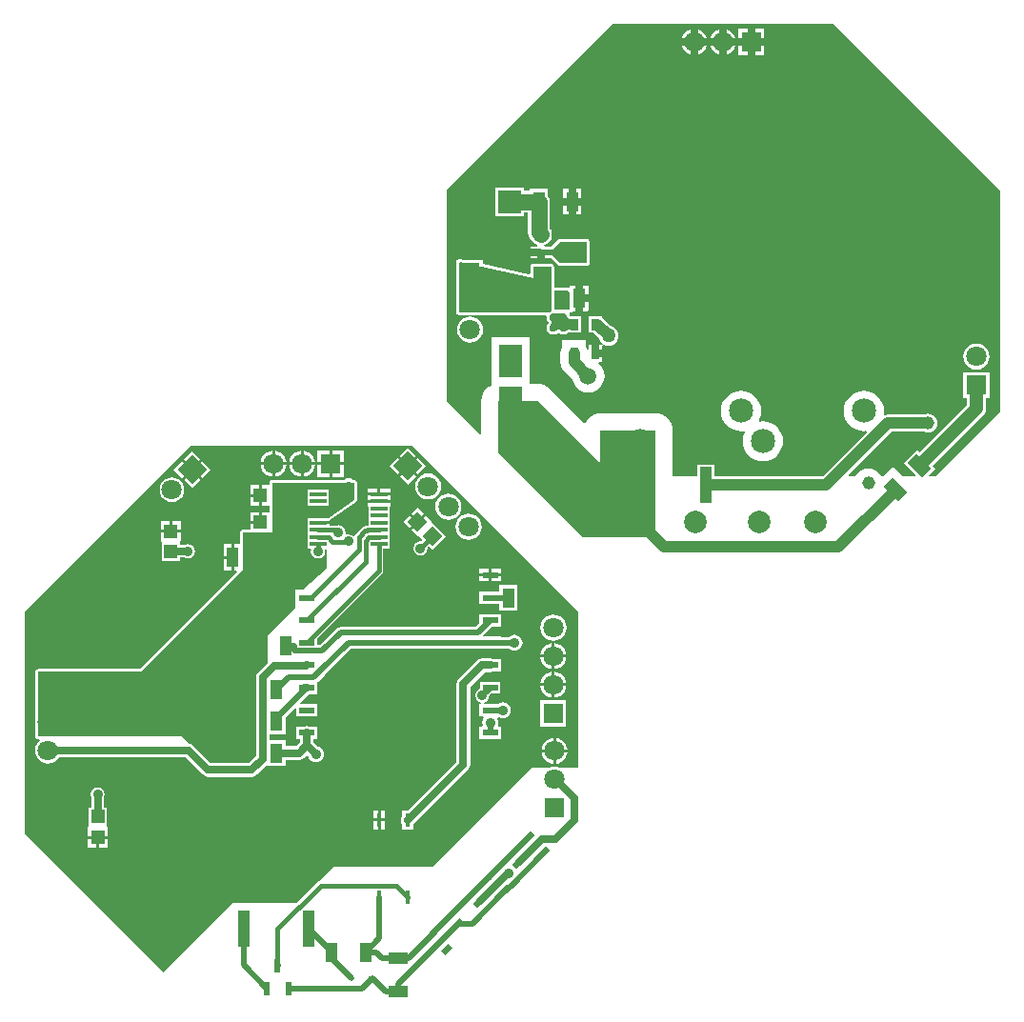
<source format=gbl>
G04 Layer_Physical_Order=2*
G04 Layer_Color=16711680*
%FSLAX44Y44*%
%MOMM*%
G71*
G01*
G75*
%ADD10R,1.8034X1.1120*%
%ADD11C,0.5000*%
%ADD12C,0.4000*%
%ADD13C,0.7000*%
%ADD15C,1.0000*%
%ADD17R,2.0000X3.0000*%
%ADD18R,2.0000X2.0000*%
%ADD19C,1.8000*%
%ADD20R,1.8000X1.8000*%
%ADD21C,2.1590*%
%ADD22R,1.8000X1.8000*%
%ADD23C,2.0000*%
%ADD24C,1.1684*%
%ADD25P,2.5456X4X360.0*%
%ADD26P,2.5456X4X270.0*%
%ADD27C,0.9000*%
%ADD28C,0.7000*%
%ADD29C,1.2700*%
%ADD30C,1.5000*%
%ADD31P,1.8385X4X90.0*%
%ADD32R,1.3000X1.3000*%
%ADD33R,1.1120X1.8034*%
%ADD34R,0.4032X0.3556*%
G04:AMPARAMS|DCode=35|XSize=0.568mm|YSize=1.2588mm|CornerRadius=0mm|HoleSize=0mm|Usage=FLASHONLY|Rotation=315.000|XOffset=0mm|YOffset=0mm|HoleType=Round|Shape=Rectangle|*
%AMROTATEDRECTD35*
4,1,4,-0.6459,-0.2442,0.2442,0.6459,0.6459,0.2442,-0.2442,-0.6459,-0.6459,-0.2442,0.0*
%
%ADD35ROTATEDRECTD35*%

%ADD36R,0.5426X1.1572*%
%ADD37R,1.0128X3.2004*%
G04:AMPARAMS|DCode=38|XSize=0.5588mm|YSize=0.9144mm|CornerRadius=0mm|HoleSize=0mm|Usage=FLASHONLY|Rotation=135.000|XOffset=0mm|YOffset=0mm|HoleType=Round|Shape=Rectangle|*
%AMROTATEDRECTD38*
4,1,4,0.5209,0.1257,-0.1257,-0.5209,-0.5209,-0.1257,0.1257,0.5209,0.5209,0.1257,0.0*
%
%ADD38ROTATEDRECTD38*%

%ADD39R,1.3938X0.4826*%
%ADD40R,1.3938X0.5588*%
%ADD41R,0.7000X1.0000*%
G04:AMPARAMS|DCode=42|XSize=1.112mm|YSize=1.8034mm|CornerRadius=0mm|HoleSize=0mm|Usage=FLASHONLY|Rotation=45.000|XOffset=0mm|YOffset=0mm|HoleType=Round|Shape=Rectangle|*
%AMROTATEDRECTD42*
4,1,4,0.2445,-1.0308,-1.0308,0.2445,-0.2445,1.0308,1.0308,-0.2445,0.2445,-1.0308,0.0*
%
%ADD42ROTATEDRECTD42*%

%ADD43R,0.4564X1.2080*%
%ADD44R,1.5250X0.4350*%
%ADD45R,1.3000X1.3000*%
%ADD46R,1.4000X0.6000*%
%ADD47C,1.4000*%
%ADD48C,1.2000*%
G36*
X871115Y723391D02*
Y526609D01*
X813506Y469000D01*
X808003D01*
X807517Y470173D01*
X813476Y476132D01*
X811395Y478214D01*
X856091Y522909D01*
X857460Y524693D01*
X858320Y526771D01*
X858614Y529000D01*
Y538460D01*
X861540D01*
Y561540D01*
X838460D01*
Y538460D01*
X841386D01*
Y532568D01*
X799214Y490395D01*
X797132Y492477D01*
X785677Y481021D01*
X791897Y474802D01*
X792117Y474270D01*
X793486Y472486D01*
X795270Y471117D01*
X795652Y470959D01*
X796103Y470243D01*
X795491Y469000D01*
X784609D01*
X775979Y477630D01*
X767348Y469000D01*
X765368D01*
X765184Y469443D01*
X763126Y472126D01*
X760443Y474184D01*
X757319Y475478D01*
X753967Y475920D01*
X750614Y475478D01*
X747490Y474184D01*
X744808Y472126D01*
X742749Y469443D01*
X742566Y469000D01*
X736652D01*
X736165Y470173D01*
X774420Y508428D01*
X803377D01*
X804812Y507834D01*
X807000Y507546D01*
X809188Y507834D01*
X811227Y508678D01*
X812978Y510022D01*
X814322Y511773D01*
X815166Y513812D01*
X815454Y516000D01*
X815166Y518188D01*
X814322Y520227D01*
X812978Y521978D01*
X811227Y523322D01*
X809188Y524166D01*
X807000Y524454D01*
X804812Y524166D01*
X803537Y523638D01*
X771270D01*
X769302Y523379D01*
X768752Y523151D01*
X768509Y523223D01*
X767700Y523853D01*
X767590Y524045D01*
X767881Y527000D01*
X767538Y530488D01*
X766520Y533843D01*
X764868Y536934D01*
X762644Y539644D01*
X759934Y541868D01*
X756843Y543520D01*
X753488Y544538D01*
X750000Y544881D01*
X746512Y544538D01*
X743157Y543520D01*
X740066Y541868D01*
X737356Y539644D01*
X735132Y536934D01*
X733480Y533843D01*
X732462Y530488D01*
X732119Y527000D01*
X732462Y523512D01*
X733480Y520157D01*
X735132Y517066D01*
X737356Y514356D01*
X740066Y512132D01*
X743157Y510480D01*
X746512Y509462D01*
X750000Y509119D01*
X752002Y509316D01*
X752579Y508097D01*
X713482Y469000D01*
X617544D01*
Y479542D01*
X602336D01*
Y469000D01*
X580073D01*
Y510000D01*
X579783Y512940D01*
X578925Y515768D01*
X577532Y518374D01*
X575658Y520658D01*
X573374Y522532D01*
X570768Y523925D01*
X567940Y524783D01*
X565000Y525073D01*
X516000D01*
X513060Y524783D01*
X510232Y523925D01*
X507626Y522532D01*
X505342Y520658D01*
X503468Y518374D01*
X502517Y516595D01*
X500954Y516362D01*
X470658Y546658D01*
X468374Y548532D01*
X465768Y549925D01*
X462940Y550783D01*
X460000Y551073D01*
X453000D01*
Y593000D01*
X419000D01*
Y549801D01*
X416626Y548532D01*
X414342Y546658D01*
X412468Y544374D01*
X411075Y541768D01*
X410217Y538941D01*
X409927Y536000D01*
Y506732D01*
X408754Y506246D01*
X378885Y536115D01*
Y723391D01*
X526609Y871115D01*
X723391D01*
X871115Y723391D01*
D02*
G37*
G36*
X496115Y348385D02*
Y210000D01*
X479494D01*
X478063Y210593D01*
X475050Y210989D01*
X472037Y210593D01*
X470606Y210000D01*
X455000D01*
X367000Y122000D01*
X279000Y122000D01*
X266587Y109587D01*
X265845Y109440D01*
X264343Y108436D01*
X264343Y108436D01*
X245907Y90000D01*
X189000D01*
X127247Y28247D01*
X121497Y33997D01*
X3885Y151609D01*
Y348391D01*
X151609Y496115D01*
X348385D01*
X496115Y348385D01*
D02*
G37*
G36*
X513900Y482100D02*
X514730Y481270D01*
X516000Y480000D01*
X516000Y481000D01*
X516000Y481796D01*
Y481796D01*
Y481796D01*
X516000D01*
Y510000D01*
X565000D01*
Y417000D01*
Y415000D01*
X500000D01*
X425000Y490000D01*
Y536000D01*
X460000D01*
X513900Y482100D01*
D02*
G37*
%LPC*%
G36*
X505058Y638557D02*
X500458D01*
Y630500D01*
X505058D01*
Y638557D01*
D02*
G37*
G36*
X595700Y866041D02*
X593380Y865080D01*
X590970Y863230D01*
X589120Y860820D01*
X588159Y858500D01*
X595700D01*
Y866041D01*
D02*
G37*
G36*
X447540Y725540D02*
X422460D01*
Y700460D01*
X447540D01*
Y703378D01*
X451420D01*
Y685735D01*
X451748Y683245D01*
X452146Y682283D01*
X452709Y680924D01*
X453568Y679804D01*
Y678747D01*
X454422D01*
X456273Y676896D01*
X458266Y675367D01*
X460107Y674604D01*
X459855Y673334D01*
X453568D01*
Y671500D01*
X463077D01*
Y668000D01*
X466577D01*
Y662666D01*
X469796D01*
X470046Y662616D01*
X472469D01*
X477800Y656848D01*
X477842Y656818D01*
X477871Y656775D01*
X478249Y656522D01*
X478618Y656254D01*
X478668Y656242D01*
X478711Y656213D01*
X479157Y656125D01*
X479600Y656018D01*
X479651Y656026D01*
X479702Y656016D01*
X504026D01*
X505017Y656213D01*
X505857Y656775D01*
X506419Y657615D01*
X506616Y658606D01*
Y677394D01*
X506419Y678385D01*
X505857Y679225D01*
X505017Y679787D01*
X504026Y679984D01*
X479702D01*
X479677Y679979D01*
X479652Y679983D01*
X479183Y679881D01*
X478711Y679787D01*
X478690Y679772D01*
X478665Y679767D01*
X478271Y679492D01*
X477871Y679225D01*
X477857Y679204D01*
X477836Y679190D01*
X472250Y673384D01*
X470046D01*
X469796Y673334D01*
X466299D01*
X466046Y674604D01*
X467888Y675367D01*
X469881Y676896D01*
X471301Y678747D01*
X472586D01*
Y682839D01*
X472699Y683700D01*
X472586Y684561D01*
Y688653D01*
X471301D01*
X470664Y689483D01*
Y713000D01*
X470336Y715490D01*
X469375Y717811D01*
X469142Y718115D01*
Y724557D01*
X452942D01*
Y722622D01*
X447540D01*
Y725540D01*
D02*
G37*
G36*
X391281Y662348D02*
X390920Y662317D01*
X390556Y662327D01*
X390420Y662275D01*
X390275Y662263D01*
X389952Y662096D01*
X389613Y661966D01*
X389507Y661866D01*
X389377Y661798D01*
X389053Y661540D01*
X388460D01*
Y661067D01*
X388384Y661006D01*
X388290Y660894D01*
X388169Y660813D01*
X387967Y660511D01*
X387733Y660234D01*
X387688Y660095D01*
X387607Y659973D01*
X387537Y659617D01*
X387426Y659271D01*
X387439Y659125D01*
X387410Y658982D01*
Y615000D01*
X387607Y614009D01*
X388169Y613169D01*
X389009Y612607D01*
X390000Y612410D01*
X467026D01*
X468069Y611140D01*
X467842Y610000D01*
X468310Y607643D01*
X469645Y605645D01*
Y605355D01*
X468310Y603357D01*
X467842Y601000D01*
X468310Y598643D01*
X469645Y596645D01*
X471643Y595310D01*
X474000Y594842D01*
X476357Y595310D01*
X478355Y596645D01*
X478645D01*
X480643Y595310D01*
X483000Y594842D01*
X485357Y595310D01*
X487137Y596500D01*
X495960D01*
Y596460D01*
X498500D01*
Y596499D01*
X498501D01*
Y604000D01*
Y611501D01*
X498500D01*
Y611540D01*
X495960D01*
Y611500D01*
X488860D01*
X488689Y612357D01*
X488166Y613140D01*
X488845Y614410D01*
X488858D01*
X489849Y614607D01*
X490689Y615169D01*
X490872Y615443D01*
X493458D01*
Y627000D01*
Y638557D01*
X488858D01*
Y637341D01*
X488626Y637087D01*
X487588Y636473D01*
X487000Y636590D01*
X475142D01*
Y638557D01*
X474590D01*
Y655000D01*
X474393Y655991D01*
X473831Y656831D01*
X472991Y657393D01*
X472000Y657590D01*
X456000D01*
X455009Y657393D01*
X454800Y657253D01*
X453568D01*
Y655793D01*
X453410Y655000D01*
Y649262D01*
X452418Y648470D01*
X411540Y657760D01*
Y661540D01*
X394910D01*
X391567Y662300D01*
X391421Y662304D01*
X391281Y662348D01*
D02*
G37*
G36*
X646500Y866540D02*
X638460D01*
Y858500D01*
X646500D01*
Y866540D01*
D02*
G37*
G36*
X505058Y623500D02*
X500458D01*
Y615443D01*
X505058D01*
Y623500D01*
D02*
G37*
G36*
X400000Y610840D02*
X396987Y610443D01*
X394180Y609280D01*
X391770Y607430D01*
X389920Y605020D01*
X388757Y602212D01*
X388360Y599200D01*
X388757Y596188D01*
X389920Y593380D01*
X391770Y590970D01*
X394180Y589120D01*
X396987Y587957D01*
X400000Y587560D01*
X403013Y587957D01*
X405820Y589120D01*
X408230Y590970D01*
X410080Y593380D01*
X411243Y596188D01*
X411640Y599200D01*
X411243Y602212D01*
X410080Y605020D01*
X408230Y607430D01*
X405820Y609280D01*
X403013Y610443D01*
X400000Y610840D01*
D02*
G37*
G36*
X850000Y587039D02*
X846987Y586643D01*
X844180Y585480D01*
X841770Y583630D01*
X839920Y581220D01*
X838757Y578413D01*
X838360Y575400D01*
X838757Y572388D01*
X839920Y569580D01*
X841770Y567170D01*
X844180Y565320D01*
X846987Y564157D01*
X850000Y563760D01*
X853012Y564157D01*
X855820Y565320D01*
X858230Y567170D01*
X860080Y569580D01*
X861243Y572388D01*
X861639Y575400D01*
X861243Y578413D01*
X860080Y581220D01*
X858230Y583630D01*
X855820Y585480D01*
X853012Y586643D01*
X850000Y587039D01*
D02*
G37*
G36*
X661540Y866540D02*
X653500D01*
Y858500D01*
X661540D01*
Y866540D01*
D02*
G37*
G36*
X621100Y866041D02*
X618780Y865080D01*
X616370Y863230D01*
X614520Y860820D01*
X613559Y858500D01*
X621100D01*
Y866041D01*
D02*
G37*
G36*
X513000Y611605D02*
X512202Y611500D01*
X508040D01*
Y611540D01*
X505500D01*
Y611501D01*
X505499D01*
Y604798D01*
X505395Y604000D01*
X505499Y603202D01*
Y596499D01*
X505500D01*
Y596460D01*
X508040D01*
Y596500D01*
X509745D01*
X514305Y591940D01*
X514339Y591679D01*
X515235Y589517D01*
X516660Y587660D01*
X518033Y586606D01*
X517336Y585540D01*
X516335Y585540D01*
X515000D01*
Y581500D01*
X517540D01*
Y584307D01*
X517540Y585383D01*
X518517Y586235D01*
X519110Y585989D01*
X520679Y585339D01*
X523000Y585033D01*
X525321Y585339D01*
X527483Y586235D01*
X529340Y587660D01*
X530765Y589517D01*
X531661Y591679D01*
X531967Y594000D01*
X531661Y596321D01*
X530765Y598483D01*
X529340Y600340D01*
X527483Y601765D01*
X525321Y602661D01*
X525060Y602696D01*
X518378Y609378D01*
X517500Y610051D01*
Y611500D01*
X513798D01*
X513000Y611605D01*
D02*
G37*
G36*
X595700Y851500D02*
X588159D01*
X589120Y849180D01*
X590970Y846770D01*
X593380Y844920D01*
X595700Y843959D01*
Y851500D01*
D02*
G37*
G36*
X661540D02*
X653500D01*
Y843460D01*
X661540D01*
Y851500D01*
D02*
G37*
G36*
X621100D02*
X613559D01*
X614520Y849180D01*
X616370Y846770D01*
X618780Y844920D01*
X621100Y843959D01*
Y851500D01*
D02*
G37*
G36*
X635641D02*
X628100D01*
Y843959D01*
X630420Y844920D01*
X632830Y846770D01*
X634680Y849180D01*
X635641Y851500D01*
D02*
G37*
G36*
X610241D02*
X602700D01*
Y843959D01*
X605020Y844920D01*
X607430Y846770D01*
X609280Y849180D01*
X610241Y851500D01*
D02*
G37*
G36*
X646500D02*
X638460D01*
Y843460D01*
X646500D01*
Y851500D01*
D02*
G37*
G36*
X487458Y709500D02*
X482858D01*
Y701443D01*
X487458D01*
Y709500D01*
D02*
G37*
G36*
X459577Y664500D02*
X453568D01*
Y662666D01*
X459577D01*
Y664500D01*
D02*
G37*
G36*
X499058Y709500D02*
X494458D01*
Y701443D01*
X499058D01*
Y709500D01*
D02*
G37*
G36*
Y724557D02*
X494458D01*
Y716500D01*
X499058D01*
Y724557D01*
D02*
G37*
G36*
X487458D02*
X482858D01*
Y716500D01*
X487458D01*
Y724557D01*
D02*
G37*
G36*
X492500Y590104D02*
X491713Y590000D01*
X482000D01*
Y584008D01*
X480809Y581133D01*
X480396Y578000D01*
Y570500D01*
X480809Y567367D01*
X482018Y564448D01*
X483941Y561941D01*
X490752Y555130D01*
X490873Y554215D01*
X492334Y550687D01*
X494658Y547659D01*
X497687Y545334D01*
X501214Y543873D01*
X505000Y543375D01*
X508785Y543873D01*
X512312Y545334D01*
X515341Y547659D01*
X517665Y550687D01*
X519127Y554215D01*
X519625Y558000D01*
X519127Y561785D01*
X517665Y565313D01*
X515341Y568341D01*
X514148Y569257D01*
X514556Y570460D01*
X517540D01*
Y574500D01*
X511500D01*
Y578000D01*
X508000D01*
Y585540D01*
X505460D01*
Y581224D01*
X504191Y581133D01*
X503000Y584008D01*
Y590000D01*
X493287D01*
X492500Y590104D01*
D02*
G37*
G36*
X628100Y866041D02*
Y858500D01*
X635641D01*
X634680Y860820D01*
X632830Y863230D01*
X630420Y865080D01*
X628100Y866041D01*
D02*
G37*
G36*
X640800Y544881D02*
X637312Y544538D01*
X633957Y543520D01*
X630866Y541868D01*
X628156Y539644D01*
X625932Y536934D01*
X624280Y533843D01*
X623262Y530488D01*
X622919Y527000D01*
X623262Y523512D01*
X624280Y520157D01*
X625932Y517066D01*
X628156Y514356D01*
X630866Y512132D01*
X633957Y510480D01*
X637312Y509462D01*
X640800Y509119D01*
X643604Y509395D01*
X644404Y508198D01*
X643680Y506843D01*
X642663Y503488D01*
X642319Y500000D01*
X642663Y496511D01*
X643680Y493157D01*
X645332Y490066D01*
X647556Y487356D01*
X650266Y485132D01*
X653357Y483480D01*
X656712Y482462D01*
X660200Y482119D01*
X663688Y482462D01*
X667043Y483480D01*
X670134Y485132D01*
X672844Y487356D01*
X675068Y490066D01*
X676720Y493157D01*
X677738Y496511D01*
X678081Y500000D01*
X677738Y503488D01*
X676720Y506843D01*
X675068Y509934D01*
X672844Y512644D01*
X670134Y514868D01*
X667043Y516520D01*
X663688Y517537D01*
X660200Y517881D01*
X657396Y517605D01*
X656596Y518802D01*
X657320Y520157D01*
X658337Y523512D01*
X658681Y527000D01*
X658337Y530488D01*
X657320Y533843D01*
X655668Y536934D01*
X653444Y539644D01*
X650734Y541868D01*
X647643Y543520D01*
X644288Y544538D01*
X640800Y544881D01*
D02*
G37*
G36*
X602700Y866041D02*
Y858500D01*
X610241D01*
X609280Y860820D01*
X607430Y863230D01*
X605020Y865080D01*
X602700Y866041D01*
D02*
G37*
%LPD*%
G36*
X504026Y658606D02*
X479702D01*
X473602Y665206D01*
X470046D01*
Y670794D01*
X473352D01*
X479702Y677394D01*
X504026D01*
Y658606D01*
D02*
G37*
G36*
X484000Y614000D02*
X485775Y612225D01*
X485867Y612053D01*
X486013Y611702D01*
X486250Y611346D01*
X486320Y610995D01*
X486418Y610759D01*
X486467Y610509D01*
X486609Y610297D01*
X486707Y610061D01*
X486887Y609881D01*
X487029Y609669D01*
X487241Y609527D01*
X487421Y609347D01*
X487657Y609249D01*
X487869Y609107D01*
X488119Y609058D01*
X488355Y608960D01*
X488610D01*
X488860Y608910D01*
X495911D01*
Y599090D01*
X487137D01*
X486887Y599040D01*
X486632D01*
X486396Y598942D01*
X486146Y598893D01*
X485934Y598751D01*
X485698Y598653D01*
X484346Y597750D01*
X483000Y597482D01*
X481654Y597750D01*
X480084Y598799D01*
X479849Y598896D01*
X479636Y599038D01*
X479386Y599088D01*
X479151Y599185D01*
X478896D01*
X478645Y599235D01*
X478355D01*
X478104Y599185D01*
X477849D01*
X477614Y599088D01*
X477364Y599038D01*
X477151Y598896D01*
X476916Y598799D01*
X475346Y597750D01*
X474000Y597482D01*
X472654Y597750D01*
X471512Y598512D01*
X470750Y599654D01*
X470482Y601000D01*
X470750Y602346D01*
X471799Y603916D01*
X471896Y604151D01*
X472038Y604364D01*
X472088Y604614D01*
X472185Y604849D01*
Y605104D01*
X472235Y605355D01*
Y605645D01*
X472185Y605896D01*
Y606151D01*
X472088Y606386D01*
X472038Y606637D01*
X471896Y606849D01*
X471799Y607084D01*
X470750Y608654D01*
X470482Y610000D01*
X470608Y610635D01*
Y610763D01*
X470646Y610886D01*
X470620Y611144D01*
X470617Y611655D01*
X471221Y612349D01*
X471602Y612607D01*
X471814Y612749D01*
X472050Y612847D01*
X472762Y613322D01*
X472991Y613368D01*
X473203Y613510D01*
X473439Y613607D01*
X473619Y613787D01*
X473831Y613929D01*
X473895Y614024D01*
X484000Y614000D01*
D02*
G37*
G36*
X456000Y645000D02*
Y655000D01*
X472000D01*
Y634000D01*
Y615760D01*
X471643Y615690D01*
X470611Y615000D01*
X390000D01*
Y658982D01*
X390993Y659774D01*
X456000Y645000D01*
D02*
G37*
G36*
X488858Y632142D02*
Y617000D01*
X475142D01*
Y634000D01*
X487000D01*
X488858Y632142D01*
D02*
G37*
%LPC*%
G36*
X360750Y434035D02*
X354357Y427643D01*
X347965Y421250D01*
X353459Y415756D01*
X353915Y416212D01*
X354873Y415459D01*
X354916Y415417D01*
X358004Y412329D01*
X356805Y411131D01*
X356000Y411291D01*
X353561Y410806D01*
X351494Y409425D01*
X350113Y407357D01*
X349627Y404919D01*
X350113Y402480D01*
X351494Y400412D01*
X353561Y399031D01*
X356000Y398546D01*
X358439Y399031D01*
X360506Y400412D01*
X361887Y402480D01*
X362373Y404919D01*
X362212Y405724D01*
X363411Y406922D01*
X366541Y403792D01*
X378208Y415459D01*
X366583Y427084D01*
X366541Y427127D01*
X365788Y428085D01*
X366244Y428541D01*
X360750Y434035D01*
D02*
G37*
G36*
X132730Y429290D02*
X124960D01*
Y421520D01*
X132730D01*
Y429290D01*
D02*
G37*
G36*
X398639Y435639D02*
X395627Y435243D01*
X392820Y434080D01*
X390409Y432230D01*
X388559Y429820D01*
X387397Y427012D01*
X387000Y424000D01*
X387397Y420987D01*
X388559Y418180D01*
X390409Y415770D01*
X392820Y413920D01*
X395627Y412757D01*
X398639Y412360D01*
X401652Y412757D01*
X404459Y413920D01*
X406870Y415770D01*
X408720Y418180D01*
X409883Y420987D01*
X410279Y424000D01*
X409883Y427012D01*
X408720Y429820D01*
X406870Y432230D01*
X404459Y434080D01*
X401652Y435243D01*
X398639Y435639D01*
D02*
G37*
G36*
X187772Y408557D02*
X180942D01*
Y398270D01*
X187772D01*
Y408557D01*
D02*
G37*
G36*
X416544Y386536D02*
X408274D01*
Y382266D01*
X416544D01*
Y386536D01*
D02*
G37*
G36*
X427354Y379726D02*
X419084D01*
Y375456D01*
X427354D01*
Y379726D01*
D02*
G37*
G36*
X416544D02*
X408274D01*
Y375456D01*
X416544D01*
Y379726D01*
D02*
G37*
G36*
X143040Y418980D02*
X134000D01*
X124960D01*
Y411210D01*
X125605D01*
X125750Y410000D01*
X125750Y409940D01*
Y393500D01*
X142250D01*
Y396944D01*
X146058D01*
X146858Y396409D01*
X149296Y395924D01*
X151735Y396409D01*
X153802Y397790D01*
X155184Y399858D01*
X155669Y402296D01*
X155184Y404735D01*
X153802Y406802D01*
X151735Y408184D01*
X149296Y408669D01*
X146858Y408184D01*
X146058Y407649D01*
X142250D01*
Y409940D01*
X142250Y410000D01*
X142395Y411210D01*
X143040D01*
Y418980D01*
D02*
G37*
G36*
X187772Y395730D02*
X180942D01*
Y385443D01*
X187772D01*
Y395730D01*
D02*
G37*
G36*
X427354Y386536D02*
X419084D01*
Y382266D01*
X427354D01*
Y386536D01*
D02*
G37*
G36*
X143040Y429290D02*
X135270D01*
Y421520D01*
X143040D01*
Y429290D01*
D02*
G37*
G36*
X362719Y471561D02*
X359706Y471164D01*
X356899Y470001D01*
X354488Y468151D01*
X352638Y465741D01*
X351476Y462934D01*
X351079Y459921D01*
X351476Y456908D01*
X352638Y454101D01*
X354488Y451691D01*
X356899Y449841D01*
X359706Y448678D01*
X362719Y448282D01*
X365731Y448678D01*
X368538Y449841D01*
X370949Y451691D01*
X372799Y454101D01*
X373961Y456908D01*
X374358Y459921D01*
X373961Y462934D01*
X372799Y465741D01*
X370949Y468151D01*
X368538Y470001D01*
X365731Y471164D01*
X362719Y471561D01*
D02*
G37*
G36*
X329285Y451950D02*
X308955D01*
Y448505D01*
Y448150D01*
X329285D01*
Y448505D01*
Y451950D01*
D02*
G37*
G36*
X212230Y461040D02*
X204460D01*
Y453270D01*
X212230D01*
Y461040D01*
D02*
G37*
G36*
X329285Y457935D02*
X320390D01*
Y454490D01*
X329285D01*
Y457935D01*
D02*
G37*
G36*
X317850D02*
X308955D01*
Y454490D01*
X317850D01*
Y457935D01*
D02*
G37*
G36*
X135000Y467843D02*
X132194Y467473D01*
X129579Y466390D01*
X127333Y464667D01*
X125610Y462421D01*
X124527Y459806D01*
X124157Y457000D01*
X124527Y454194D01*
X125610Y451579D01*
X127333Y449333D01*
X129579Y447610D01*
X132194Y446527D01*
X135000Y446157D01*
X137806Y446527D01*
X140421Y447610D01*
X142667Y449333D01*
X144390Y451579D01*
X145473Y454194D01*
X145843Y457000D01*
X145473Y459806D01*
X144390Y462421D01*
X142667Y464667D01*
X140421Y466390D01*
X137806Y467473D01*
X135000Y467843D01*
D02*
G37*
G36*
X212230Y437040D02*
X204460D01*
Y429270D01*
X212230D01*
Y437040D01*
D02*
G37*
G36*
X346169Y434035D02*
X340675Y428541D01*
X346169Y423046D01*
X351663Y428541D01*
X346169Y434035D01*
D02*
G37*
G36*
X380679Y453600D02*
X377667Y453203D01*
X374859Y452041D01*
X372449Y450191D01*
X370599Y447780D01*
X369436Y444973D01*
X369039Y441960D01*
X369436Y438948D01*
X370599Y436141D01*
X372449Y433730D01*
X374859Y431880D01*
X377667Y430718D01*
X380679Y430321D01*
X383692Y430718D01*
X386499Y431880D01*
X388909Y433730D01*
X390759Y436141D01*
X391922Y438948D01*
X392319Y441960D01*
X391922Y444973D01*
X390759Y447780D01*
X388909Y450191D01*
X386499Y452041D01*
X383692Y453203D01*
X380679Y453600D01*
D02*
G37*
G36*
X212230Y450730D02*
X204460D01*
Y442960D01*
X212230D01*
Y450730D01*
D02*
G37*
G36*
X353459Y441325D02*
X347965Y435831D01*
X353459Y430337D01*
X358954Y435831D01*
X353459Y441325D01*
D02*
G37*
G36*
X442142Y372557D02*
X425942D01*
Y366540D01*
X408274D01*
Y355460D01*
X425942D01*
Y349443D01*
X442142D01*
Y372557D01*
D02*
G37*
G36*
X473780Y223480D02*
X463578D01*
X463807Y221737D01*
X464970Y218930D01*
X466820Y216520D01*
X469230Y214670D01*
X472037Y213507D01*
X473780Y213278D01*
Y223480D01*
D02*
G37*
G36*
X324122Y171997D02*
X320570D01*
Y164687D01*
X324122D01*
Y171997D01*
D02*
G37*
G36*
X318030D02*
X314478D01*
Y164687D01*
X318030D01*
Y171997D01*
D02*
G37*
G36*
X476320Y236222D02*
Y226020D01*
X486522D01*
X486293Y227763D01*
X485130Y230570D01*
X483280Y232980D01*
X480870Y234830D01*
X478063Y235993D01*
X476320Y236222D01*
D02*
G37*
G36*
X473780D02*
X472037Y235993D01*
X469230Y234830D01*
X466820Y232980D01*
X464970Y230570D01*
X463807Y227763D01*
X463578Y226020D01*
X473780D01*
Y236222D01*
D02*
G37*
G36*
X486522Y223480D02*
X476320D01*
Y213278D01*
X478063Y213507D01*
X480870Y214670D01*
X483280Y216520D01*
X485130Y218930D01*
X486293Y221737D01*
X486522Y223480D01*
D02*
G37*
G36*
X69000Y192372D02*
X66561Y191887D01*
X64494Y190506D01*
X63113Y188439D01*
X62628Y186000D01*
X63113Y183561D01*
X63647Y182761D01*
Y174750D01*
X60750D01*
Y158310D01*
X60750Y158250D01*
X60605Y157040D01*
X59960D01*
Y149270D01*
X78040D01*
Y157040D01*
X77395D01*
X77250Y158250D01*
X77250Y158310D01*
Y174750D01*
X74353D01*
Y182761D01*
X74887Y183561D01*
X75372Y186000D01*
X74887Y188439D01*
X73506Y190506D01*
X71439Y191887D01*
X69000Y192372D01*
D02*
G37*
G36*
X78040Y146730D02*
X70270D01*
Y138960D01*
X78040D01*
Y146730D01*
D02*
G37*
G36*
X67730D02*
X59960D01*
Y138960D01*
X67730D01*
Y146730D01*
D02*
G37*
G36*
X417814Y307158D02*
X411000D01*
X408643Y306689D01*
X408419Y306540D01*
X408274D01*
Y306443D01*
X406645Y305355D01*
X389645Y288355D01*
X388311Y286357D01*
X387842Y284000D01*
Y215268D01*
X344571Y171997D01*
X339878D01*
Y167072D01*
X339010Y165774D01*
X338542Y163417D01*
X339010Y161060D01*
X339878Y159762D01*
Y154837D01*
X349522D01*
Y159530D01*
X398355Y208362D01*
X399689Y210360D01*
X400158Y212717D01*
Y281449D01*
X413551Y294842D01*
X417814D01*
X420171Y295310D01*
X420395Y295460D01*
X427354D01*
Y306540D01*
X420395D01*
X420171Y306689D01*
X417814Y307158D01*
D02*
G37*
G36*
X324122Y162147D02*
X320570D01*
Y154837D01*
X324122D01*
Y162147D01*
D02*
G37*
G36*
X318030D02*
X314478D01*
Y154837D01*
X318030D01*
Y162147D01*
D02*
G37*
G36*
X472730Y320472D02*
X470988Y320243D01*
X468180Y319080D01*
X465770Y317230D01*
X463920Y314820D01*
X462757Y312013D01*
X462528Y310270D01*
X472730D01*
Y320472D01*
D02*
G37*
G36*
Y307730D02*
X462528D01*
X462757Y305987D01*
X463920Y303180D01*
X465770Y300770D01*
X468180Y298920D01*
X470988Y297757D01*
X472730Y297528D01*
Y307730D01*
D02*
G37*
G36*
X485472D02*
X475270D01*
Y297528D01*
X477012Y297757D01*
X479820Y298920D01*
X482230Y300770D01*
X484080Y303180D01*
X485243Y305987D01*
X485472Y307730D01*
D02*
G37*
G36*
X474000Y346040D02*
X470988Y345643D01*
X468180Y344480D01*
X465770Y342630D01*
X463920Y340220D01*
X462757Y337412D01*
X462360Y334400D01*
X462757Y331387D01*
X463920Y328580D01*
X465770Y326170D01*
X468180Y324320D01*
X470988Y323157D01*
X474000Y322760D01*
X477012Y323157D01*
X479820Y324320D01*
X482230Y326170D01*
X484080Y328580D01*
X485243Y331387D01*
X485639Y334400D01*
X485243Y337412D01*
X484080Y340220D01*
X482230Y342630D01*
X479820Y344480D01*
X477012Y345643D01*
X474000Y346040D01*
D02*
G37*
G36*
X292000Y467101D02*
X290162Y466859D01*
X288450Y466149D01*
X287720Y465590D01*
X277000D01*
X224000Y465590D01*
X223009Y465393D01*
X222169Y464831D01*
X221607Y463991D01*
X221410Y463000D01*
Y461040D01*
X214770D01*
Y452000D01*
Y442960D01*
X221410D01*
X221410Y437040D01*
X214770D01*
Y428000D01*
X213500D01*
Y426730D01*
X204460D01*
Y421590D01*
X198000D01*
X197009Y421393D01*
X196169Y420831D01*
X195607Y419991D01*
X195410Y419000D01*
Y408557D01*
X190312D01*
Y397000D01*
Y385443D01*
X192530D01*
X193016Y384270D01*
X106337Y297590D01*
X16000D01*
X15009Y297393D01*
X14169Y296831D01*
X13607Y295991D01*
X13410Y295000D01*
Y287590D01*
X13410D01*
Y264510D01*
X13410D01*
Y251408D01*
X13311Y250650D01*
X13410Y249892D01*
Y238000D01*
X13607Y237009D01*
X14169Y236169D01*
X15009Y235607D01*
X16000Y235410D01*
X17148D01*
X17579Y234140D01*
X16720Y233480D01*
X14870Y231070D01*
X13707Y228263D01*
X13311Y225250D01*
X13707Y222237D01*
X14870Y219430D01*
X16720Y217020D01*
X19130Y215170D01*
X21937Y214007D01*
X24950Y213610D01*
X27963Y214007D01*
X30770Y215170D01*
X33180Y217020D01*
X34770Y219092D01*
X147199D01*
X162702Y203588D01*
X164700Y202253D01*
X167057Y201785D01*
X206104D01*
X208461Y202253D01*
X210459Y203588D01*
X218766Y211896D01*
X219858Y211443D01*
Y211443D01*
X236058D01*
Y216842D01*
X248000D01*
X250357Y217311D01*
X252355Y218645D01*
X255000Y221291D01*
X256150Y220141D01*
X256851Y218450D01*
X257979Y216979D01*
X259450Y215851D01*
X261162Y215141D01*
X263000Y214899D01*
X264838Y215141D01*
X266550Y215851D01*
X268021Y216979D01*
X269149Y218450D01*
X269859Y220162D01*
X270101Y222000D01*
X269859Y223838D01*
X269149Y225550D01*
X268021Y227021D01*
X266550Y228149D01*
X264859Y228850D01*
X261158Y232551D01*
Y235460D01*
X264540D01*
Y246540D01*
X257581D01*
X257357Y246689D01*
X255000Y247158D01*
X252643Y246689D01*
X252419Y246540D01*
X245460D01*
Y235460D01*
X248842D01*
Y232551D01*
X245449Y229158D01*
X236058D01*
Y234557D01*
X222158D01*
Y239443D01*
X236100D01*
Y254833D01*
X244287Y263020D01*
X245460Y262533D01*
Y255460D01*
X264540D01*
Y266540D01*
X249467D01*
X248981Y267713D01*
X256384Y275117D01*
X257357Y275310D01*
X257581Y275460D01*
X264540D01*
Y286218D01*
X264761Y286366D01*
X270674Y292279D01*
X270931Y292663D01*
X294128Y315861D01*
X408274D01*
Y315460D01*
X427354D01*
Y315861D01*
X434632D01*
X435950Y314851D01*
X437662Y314141D01*
X439500Y313899D01*
X441338Y314141D01*
X443050Y314851D01*
X444521Y315979D01*
X445649Y317450D01*
X446359Y319162D01*
X446601Y321000D01*
X446359Y322838D01*
X445649Y324550D01*
X444521Y326021D01*
X443050Y327149D01*
X441338Y327859D01*
X439500Y328101D01*
X437662Y327859D01*
X435950Y327149D01*
X434632Y326139D01*
X427354D01*
Y326540D01*
X412281D01*
X411795Y327713D01*
X419541Y335460D01*
X427354D01*
Y346540D01*
X408274D01*
Y338727D01*
X404685Y335139D01*
X285000D01*
X283034Y334748D01*
X281366Y333634D01*
X266621Y318889D01*
X263750D01*
Y324343D01*
X321824Y382416D01*
X322652Y383657D01*
X322943Y385120D01*
Y404855D01*
X328495D01*
Y411195D01*
Y417555D01*
Y423895D01*
Y430255D01*
Y438105D01*
X328495D01*
Y442165D01*
X329285D01*
Y445610D01*
X308955D01*
Y442165D01*
X309745D01*
Y436595D01*
X309745D01*
Y425303D01*
X309147D01*
X307684Y425013D01*
X307027Y424573D01*
X306750D01*
X305287Y424282D01*
X304046Y423454D01*
X304046Y423453D01*
X298296Y417704D01*
X297468Y416463D01*
X297435Y416297D01*
X297343Y416219D01*
X296044Y415815D01*
X294439Y416887D01*
X292000Y417372D01*
X290275Y417029D01*
X289183Y418046D01*
X289372Y419000D01*
X288887Y421438D01*
X287506Y423506D01*
X285439Y424887D01*
X283000Y425372D01*
X281587Y425091D01*
X280520Y425303D01*
X275045D01*
Y426550D01*
X264880D01*
Y429090D01*
X275045D01*
Y429354D01*
X275284Y429514D01*
X275549Y429632D01*
X298497Y445887D01*
X298648Y446046D01*
X298831Y446169D01*
X298992Y446410D01*
X299192Y446620D01*
X299270Y446826D01*
X299393Y447009D01*
X299449Y447293D01*
X299553Y447564D01*
X299547Y447784D01*
X299590Y448000D01*
Y463000D01*
X299393Y463991D01*
X298831Y464831D01*
X297991Y465393D01*
X297000Y465590D01*
X296280D01*
X295550Y466149D01*
X293838Y466859D01*
X292000Y467101D01*
D02*
G37*
G36*
X475270Y320472D02*
Y310270D01*
X485472D01*
X485243Y312013D01*
X484080Y314820D01*
X482230Y317230D01*
X479820Y319080D01*
X477012Y320243D01*
X475270Y320472D01*
D02*
G37*
G36*
X485472Y282330D02*
X475270D01*
Y272128D01*
X477012Y272357D01*
X479820Y273520D01*
X482230Y275370D01*
X484080Y277780D01*
X485243Y280587D01*
X485472Y282330D01*
D02*
G37*
G36*
X426564Y285750D02*
X409064D01*
Y279987D01*
X408561Y279887D01*
X406494Y278506D01*
X405113Y276439D01*
X404628Y274000D01*
X405113Y271561D01*
X406494Y269494D01*
X408561Y268113D01*
X410083Y267810D01*
X409958Y266540D01*
X408274D01*
Y255460D01*
X411715D01*
X412341Y254190D01*
X411851Y253550D01*
X411141Y251838D01*
X410899Y250000D01*
X411141Y248162D01*
X411376Y247596D01*
X410670Y246540D01*
X408274D01*
Y235460D01*
X427354D01*
Y246540D01*
X425330D01*
X424624Y247596D01*
X424859Y248162D01*
X425101Y250000D01*
X424859Y251838D01*
X424241Y253329D01*
X424473Y254124D01*
X424827Y254753D01*
X425414Y254878D01*
X425450Y254851D01*
X427162Y254141D01*
X429000Y253899D01*
X430838Y254141D01*
X432550Y254851D01*
X434021Y255979D01*
X435149Y257450D01*
X435859Y259162D01*
X436101Y261000D01*
X435859Y262838D01*
X435149Y264550D01*
X434021Y266021D01*
X432550Y267149D01*
X430838Y267859D01*
X429000Y268101D01*
X427162Y267859D01*
X425450Y267149D01*
X424655Y266540D01*
X412043D01*
X411917Y267810D01*
X413439Y268113D01*
X415506Y269494D01*
X416887Y271561D01*
X417373Y274000D01*
X417182Y274960D01*
X418471Y276250D01*
X426564D01*
Y285750D01*
D02*
G37*
G36*
X485540Y269740D02*
X462460D01*
Y246660D01*
X485540D01*
Y269740D01*
D02*
G37*
G36*
X475270Y295072D02*
Y284870D01*
X485472D01*
X485243Y286612D01*
X484080Y289420D01*
X482230Y291830D01*
X479820Y293680D01*
X477012Y294843D01*
X475270Y295072D01*
D02*
G37*
G36*
X472730Y295072D02*
X470988Y294843D01*
X468180Y293680D01*
X465770Y291830D01*
X463920Y289420D01*
X462757Y286612D01*
X462528Y284870D01*
X472730D01*
Y295072D01*
D02*
G37*
G36*
Y282330D02*
X462528D01*
X462757Y280587D01*
X463920Y277780D01*
X465770Y275370D01*
X468180Y273520D01*
X470988Y272357D01*
X472730Y272128D01*
Y282330D01*
D02*
G37*
G36*
X152961Y473164D02*
X145699Y465902D01*
X152961Y458641D01*
X160222Y465902D01*
X152961Y473164D01*
D02*
G37*
G36*
X249380Y478780D02*
X239178D01*
X239407Y477038D01*
X240570Y474230D01*
X242419Y471820D01*
X244830Y469970D01*
X247637Y468807D01*
X249380Y468578D01*
Y478780D01*
D02*
G37*
G36*
X236722D02*
X226520D01*
Y468578D01*
X228263Y468807D01*
X231070Y469970D01*
X233480Y471820D01*
X235330Y474230D01*
X236493Y477038D01*
X236722Y478780D01*
D02*
G37*
G36*
X335700Y485144D02*
X328438Y477882D01*
X335700Y470620D01*
X342962Y477882D01*
X335700Y485144D01*
D02*
G37*
G36*
X262122Y478780D02*
X251920D01*
Y468578D01*
X253662Y468807D01*
X256470Y469970D01*
X258880Y471820D01*
X260730Y474230D01*
X261893Y477038D01*
X262122Y478780D01*
D02*
G37*
G36*
X223980D02*
X213778D01*
X214007Y477038D01*
X215170Y474230D01*
X217020Y471820D01*
X219430Y469970D01*
X222237Y468807D01*
X223980Y468578D01*
Y478780D01*
D02*
G37*
G36*
X143903Y482223D02*
X136641Y474961D01*
X143903Y467699D01*
X151165Y474961D01*
X143903Y482223D01*
D02*
G37*
G36*
X344758Y476086D02*
X337496Y468824D01*
X344758Y461562D01*
X352020Y468824D01*
X344758Y476086D01*
D02*
G37*
G36*
X162019Y482223D02*
X154757Y474961D01*
X162019Y467699D01*
X169280Y474961D01*
X162019Y482223D01*
D02*
G37*
G36*
X287590Y478780D02*
X277320D01*
Y468510D01*
X287590D01*
Y478780D01*
D02*
G37*
G36*
X274780D02*
X264510D01*
Y468510D01*
X274780D01*
Y478780D01*
D02*
G37*
G36*
X226520Y491522D02*
Y481320D01*
X236722D01*
X236493Y483063D01*
X235330Y485870D01*
X233480Y488280D01*
X231070Y490130D01*
X228263Y491293D01*
X226520Y491522D01*
D02*
G37*
G36*
X249380Y491522D02*
X247637Y491293D01*
X244830Y490130D01*
X242419Y488280D01*
X240570Y485870D01*
X239407Y483063D01*
X239178Y481320D01*
X249380D01*
Y491522D01*
D02*
G37*
G36*
X287590Y491590D02*
X277320D01*
Y481320D01*
X287590D01*
Y491590D01*
D02*
G37*
G36*
X251920Y491522D02*
Y481320D01*
X262122D01*
X261893Y483063D01*
X260730Y485870D01*
X258880Y488280D01*
X256470Y490130D01*
X253662Y491293D01*
X251920Y491522D01*
D02*
G37*
G36*
X223980Y491522D02*
X222237Y491293D01*
X219430Y490130D01*
X217020Y488280D01*
X215170Y485870D01*
X214007Y483063D01*
X213778Y481320D01*
X223980D01*
Y491522D01*
D02*
G37*
G36*
X152961Y491281D02*
X145698Y484019D01*
X152961Y476757D01*
X160222Y484019D01*
X152961Y491281D01*
D02*
G37*
G36*
X353816Y485144D02*
X346554Y477882D01*
X353816Y470620D01*
X361078Y477882D01*
X353816Y485144D01*
D02*
G37*
G36*
X344758Y494202D02*
X337496Y486940D01*
X344758Y479678D01*
X352020Y486940D01*
X344758Y494202D01*
D02*
G37*
G36*
X274780Y491590D02*
X264510D01*
Y481320D01*
X274780D01*
Y491590D01*
D02*
G37*
%LPD*%
G36*
X297000Y448000D02*
X274052Y431745D01*
X255505D01*
Y423895D01*
X255505D01*
Y419045D01*
X255505D01*
Y411195D01*
Y404855D01*
X257722D01*
X258764Y403585D01*
X258507Y402296D01*
X258993Y399858D01*
X260374Y397790D01*
X262441Y396409D01*
X264880Y395924D01*
X267319Y396409D01*
X269386Y397790D01*
X270767Y399858D01*
X271252Y402296D01*
X271002Y403555D01*
X271835Y404441D01*
X273000Y404025D01*
Y387000D01*
X251286Y368000D01*
X245000Y368000D01*
Y352000D01*
X220000Y327000D01*
Y302828D01*
X211645Y294473D01*
X210310Y292476D01*
X209842Y290119D01*
Y220390D01*
X203553Y214101D01*
X169608D01*
X154105Y229605D01*
X152107Y230940D01*
X150801Y231199D01*
X144000Y238000D01*
X16000D01*
Y295000D01*
X107409D01*
X198000Y385591D01*
Y419000D01*
X204460D01*
Y418960D01*
X222540D01*
Y419000D01*
X224000D01*
X224000Y463000D01*
X277000Y463000D01*
X297000D01*
Y448000D01*
D02*
G37*
%LPC*%
G36*
X274255Y457145D02*
X255505D01*
Y449295D01*
Y442955D01*
X274255D01*
Y449295D01*
Y457145D01*
D02*
G37*
%LPD*%
D10*
X336000Y40958D02*
D03*
Y11042D02*
D03*
D11*
X417814Y321000D02*
X439500D01*
X406814Y330000D02*
X417814Y341000D01*
X285000Y330000D02*
X406814D01*
X268750Y313750D02*
X285000Y330000D01*
X243750Y313750D02*
X268750D01*
X239000Y290000D02*
X261128D01*
X267040Y295912D01*
Y296040D02*
X292000Y321000D01*
X267040Y295912D02*
Y296040D01*
X292000Y321000D02*
X417814D01*
X228000Y279000D02*
X239000Y290000D01*
X243750Y313750D02*
Y318000D01*
X235958D02*
X243750D01*
X306958Y46000D02*
X319300Y58342D01*
Y94583D01*
X418000Y241186D02*
Y250000D01*
X417814Y241000D02*
X418000Y241186D01*
X417814Y261000D02*
X429000D01*
X434042Y361000D02*
X434042Y361000D01*
X417814Y361000D02*
X434042D01*
X255000Y300943D02*
Y301000D01*
X228000Y254000D02*
X255000Y281000D01*
X256940Y67000D02*
X277042Y46898D01*
X417130Y113000D02*
X451565Y147435D01*
X303840Y13840D02*
X313000Y23000D01*
X435951Y104460D02*
X465000Y133508D01*
Y134000D01*
X435460Y104460D02*
X435951D01*
X430565Y99565D02*
X435460Y104460D01*
X430435Y99565D02*
X430565D01*
X417000Y112435D02*
Y113000D01*
X413550Y108985D02*
X417000Y112435D01*
X412985Y108985D02*
X413550D01*
X402425Y71441D02*
X430435Y99452D01*
X389441Y71441D02*
X402425D01*
X430435Y99452D02*
Y99565D01*
X417814Y261000D02*
X417814Y261000D01*
X417000Y113000D02*
X417130D01*
X365841Y61276D02*
Y61841D01*
X412985Y108985D01*
X336000Y18000D02*
X389441Y71441D01*
X336000Y11042D02*
Y18000D01*
Y40958D02*
X345523D01*
X365841Y61276D01*
X306958Y41000D02*
X307000Y40958D01*
X306958Y46000D02*
X317000D01*
X322042Y40958D01*
X336000D01*
X313000Y23000D02*
X324958Y11042D01*
X336000D01*
X238525Y13840D02*
X303840D01*
X277042Y40465D02*
Y46000D01*
Y40465D02*
X294507Y23000D01*
X277042Y46000D02*
Y46898D01*
X199060Y34255D02*
Y67000D01*
Y34255D02*
X219475Y13840D01*
D12*
X410814Y274000D02*
X411000D01*
X410814D02*
X417814Y281000D01*
X334120Y105163D02*
X344700Y94583D01*
X267617Y105163D02*
X334120D01*
X229000Y66547D02*
X267617Y105163D01*
X264880Y402296D02*
Y408780D01*
Y401880D02*
Y402296D01*
X306750Y420750D02*
X308417D01*
X229000Y34160D02*
Y66547D01*
X319120Y414705D02*
Y415120D01*
Y385120D02*
Y408780D01*
X255000Y361000D02*
X258000D01*
X229000Y34160D02*
X229583Y34743D01*
X308417Y420750D02*
X309147Y421480D01*
X319120D01*
X255000Y321000D02*
X319120Y385120D01*
X356000Y404919D02*
X366541Y415459D01*
X264880Y415120D02*
X265295Y414705D01*
X309942D02*
X319120D01*
X265295D02*
X274058D01*
X258000Y361000D02*
X301000Y404000D01*
X255000Y341000D02*
X307000Y393000D01*
Y411763D01*
X309942Y414705D01*
X301000Y404000D02*
Y415000D01*
X306750Y420750D01*
X283000Y419000D02*
Y419961D01*
X291750Y410750D02*
X292000Y411000D01*
X278014Y410750D02*
X291750D01*
X274058Y414705D02*
X278014Y410750D01*
X280520Y421480D02*
X283000Y419000D01*
X264880Y421480D02*
X280520D01*
D13*
X411000Y301000D02*
X417814D01*
X394000Y284000D02*
X411000Y301000D01*
X394000Y212717D02*
Y284000D01*
X344700Y163417D02*
X394000Y212717D01*
X134000Y401750D02*
X134546Y402296D01*
X149296D01*
X255000Y230000D02*
X263000Y222000D01*
X255000Y230000D02*
Y241000D01*
X216000Y217839D02*
Y290119D01*
X167057Y207943D02*
X206104D01*
X216000Y217839D01*
Y290119D02*
X225961Y300080D01*
X149750Y225250D02*
X167057Y207943D01*
X24950Y225250D02*
X149750D01*
X225961Y300080D02*
X254080D01*
X255000Y301000D01*
X248000Y223000D02*
X255000Y230000D01*
X227958Y223000D02*
X248000D01*
X228000Y251000D02*
Y254000D01*
X433435Y116000D02*
X433999D01*
X408990Y91555D02*
X433435Y116000D01*
X475050Y199350D02*
X476192D01*
X492690Y182852D01*
Y163690D02*
Y182852D01*
X475499Y146499D02*
X492690Y163690D01*
X464064Y146499D02*
X475499D01*
X443555Y125990D02*
X464064Y146499D01*
X252958Y281000D02*
X255000D01*
X69000Y166500D02*
Y186000D01*
D15*
X727000Y406000D02*
X778500Y457500D01*
X492500Y570500D02*
X505000Y558000D01*
X492500Y570500D02*
Y578000D01*
X550000Y428000D02*
X572000Y406000D01*
X727000D01*
X609940Y461000D02*
X716237D01*
X771270Y516033D01*
X513000Y604000D02*
X523000Y594000D01*
X771270Y516033D02*
X807033D01*
D17*
X436000Y571000D02*
D03*
Y534000D02*
D03*
D18*
X435000Y713000D02*
D03*
X435000Y738000D02*
D03*
D19*
X24950Y225250D02*
D03*
Y250650D02*
D03*
X850000Y600800D02*
D03*
Y575400D02*
D03*
X400000Y599200D02*
D03*
Y624600D02*
D03*
X599200Y855000D02*
D03*
X624600D02*
D03*
X474000Y334400D02*
D03*
Y309000D02*
D03*
Y283600D02*
D03*
X398639Y424000D02*
D03*
X380679Y441960D02*
D03*
X362719Y459921D02*
D03*
X225250Y480050D02*
D03*
X250650D02*
D03*
X475050Y224750D02*
D03*
Y199350D02*
D03*
X135000Y457000D02*
D03*
D20*
X24950Y276050D02*
D03*
X850000Y550000D02*
D03*
X400000Y650000D02*
D03*
X474000Y258200D02*
D03*
X475050Y173950D02*
D03*
D21*
X640800Y527000D02*
D03*
X695400D02*
D03*
X750000D02*
D03*
X551000Y500000D02*
D03*
X605600D02*
D03*
X660200D02*
D03*
D22*
X650000Y855000D02*
D03*
X276050Y480050D02*
D03*
D23*
X600000Y428000D02*
D03*
X550000D02*
D03*
X707000D02*
D03*
X657000D02*
D03*
D24*
X753967Y462967D02*
D03*
X807000Y516000D02*
D03*
D25*
X344758Y477882D02*
D03*
D26*
X152961Y474961D02*
D03*
D27*
X411000Y274000D02*
D03*
X439500Y321000D02*
D03*
X149296Y402296D02*
D03*
X263000Y222000D02*
D03*
X418000Y250000D02*
D03*
X429000Y261000D02*
D03*
X264880Y402296D02*
D03*
X433999Y116000D02*
D03*
X292000Y460000D02*
D03*
Y450000D02*
D03*
X356000Y404919D02*
D03*
X292000Y411000D02*
D03*
X283000Y419000D02*
D03*
X299000Y437000D02*
D03*
X318000Y471000D02*
D03*
X198000Y452000D02*
D03*
Y436000D02*
D03*
X343000Y439000D02*
D03*
X318000Y490000D02*
D03*
X69000Y186000D02*
D03*
D28*
X483000Y610000D02*
D03*
Y601000D02*
D03*
X474000Y610000D02*
D03*
Y601000D02*
D03*
X508000Y627000D02*
D03*
X497000Y642000D02*
D03*
X503000Y713000D02*
D03*
X508000Y615000D02*
D03*
X545000Y580000D02*
D03*
X521000Y579000D02*
D03*
D29*
X523000Y594000D02*
D03*
D30*
X505000Y558000D02*
D03*
D31*
X353459Y428541D02*
D03*
X366541Y415459D02*
D03*
D32*
X134000Y401750D02*
D03*
Y420250D02*
D03*
X69000Y166500D02*
D03*
Y148000D02*
D03*
D33*
X189042Y397000D02*
D03*
X218958D02*
D03*
X228000Y251000D02*
D03*
X198084D02*
D03*
X227958Y223000D02*
D03*
X198042D02*
D03*
X463958Y361000D02*
D03*
X434042D02*
D03*
X306958Y46000D02*
D03*
X277042D02*
D03*
X228000Y279000D02*
D03*
X198084D02*
D03*
X235958Y318000D02*
D03*
X206042D02*
D03*
X496958Y627000D02*
D03*
X467042D02*
D03*
X490958Y713000D02*
D03*
X461042D02*
D03*
D34*
X311493Y23000D02*
D03*
X294507D02*
D03*
D35*
X451565Y147435D02*
D03*
X465000Y134000D02*
D03*
X443555Y125990D02*
D03*
X417000Y113000D02*
D03*
X430435Y99565D02*
D03*
X408990Y91555D02*
D03*
D36*
X229000Y34160D02*
D03*
X219475Y13840D02*
D03*
X238525D02*
D03*
D37*
X199060Y67000D02*
D03*
X256940D02*
D03*
X552060Y461000D02*
D03*
X609940D02*
D03*
D38*
X379276Y47841D02*
D03*
X365841Y61276D02*
D03*
X389441Y71441D02*
D03*
D39*
X463077Y683700D02*
D03*
Y652300D02*
D03*
D40*
Y668000D02*
D03*
D41*
X492500Y578000D02*
D03*
Y604000D02*
D03*
X502000D02*
D03*
X511500D02*
D03*
Y578000D02*
D03*
D42*
X778423Y457423D02*
D03*
X799577Y478577D02*
D03*
D43*
X344700Y163417D02*
D03*
X319300D02*
D03*
X319300Y94583D02*
D03*
X344700D02*
D03*
D44*
X319120Y408780D02*
D03*
Y415120D02*
D03*
Y421480D02*
D03*
Y427820D02*
D03*
Y434180D02*
D03*
X319120Y440520D02*
D03*
X319120Y446880D02*
D03*
Y453220D02*
D03*
X264880Y453220D02*
D03*
Y446880D02*
D03*
Y440520D02*
D03*
X264880Y434180D02*
D03*
Y427820D02*
D03*
X264880Y421480D02*
D03*
X264880Y415120D02*
D03*
Y408780D02*
D03*
D45*
X232000Y452000D02*
D03*
X213500Y452000D02*
D03*
X232000Y428000D02*
D03*
X213500Y428000D02*
D03*
D46*
X417814Y261000D02*
D03*
X417814Y281000D02*
D03*
X417814Y301000D02*
D03*
X417814Y321000D02*
D03*
X417814Y341000D02*
D03*
X417814Y361000D02*
D03*
X255000Y241000D02*
D03*
X255000Y261000D02*
D03*
X255000Y281000D02*
D03*
Y301000D02*
D03*
X255000Y321000D02*
D03*
Y341000D02*
D03*
X255000Y361000D02*
D03*
X417814Y241000D02*
D03*
Y380996D02*
D03*
X255000Y380996D02*
D03*
D47*
X461042Y685735D02*
X463077Y683700D01*
X461042Y685735D02*
Y713000D01*
X435000D02*
X461042D01*
D48*
X799577Y478577D02*
X850000Y529000D01*
Y550000D01*
M02*

</source>
